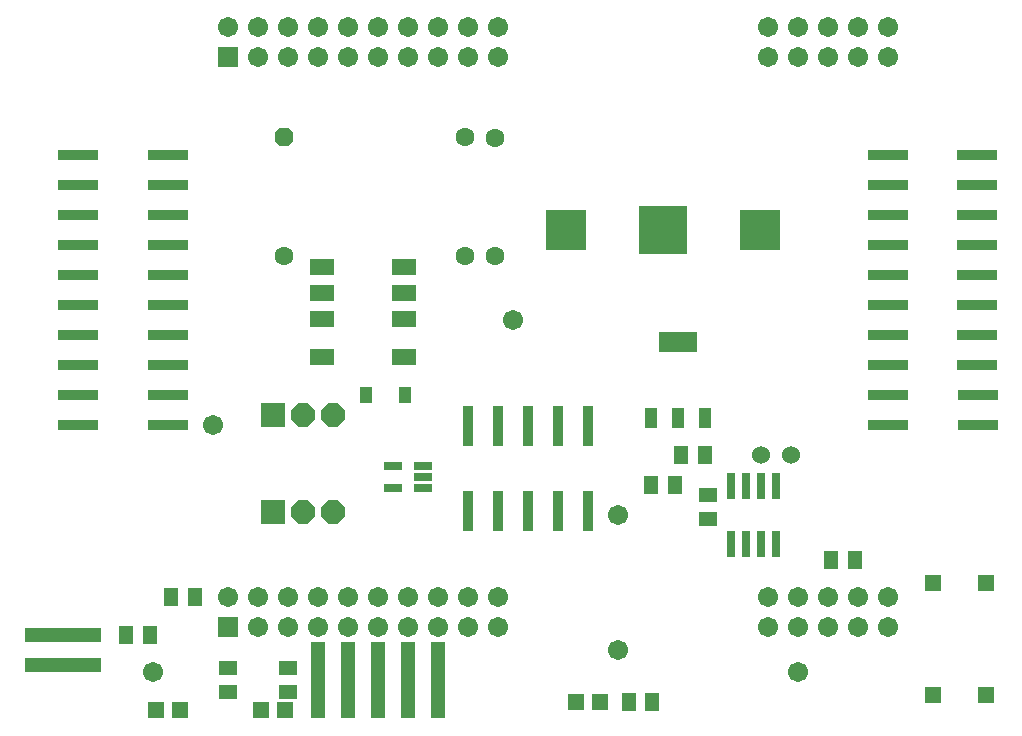
<source format=gts>
G75*
%MOIN*%
%OFA0B0*%
%FSLAX25Y25*%
%IPPOS*%
%LPD*%
%AMOC8*
5,1,8,0,0,1.08239X$1,22.5*
%
%ADD10R,0.04100X0.07100*%
%ADD11R,0.13000X0.07100*%
%ADD12R,0.06312X0.05131*%
%ADD13R,0.05524X0.05524*%
%ADD14C,0.06000*%
%ADD15R,0.05131X0.06312*%
%ADD16R,0.07887X0.07887*%
%ADD17OC8,0.07887*%
%ADD18R,0.06737X0.06737*%
%ADD19C,0.06737*%
%ADD20R,0.13398X0.13398*%
%ADD21R,0.16154X0.16154*%
%ADD22R,0.13300X0.03300*%
%ADD23R,0.03300X0.13300*%
%ADD24R,0.02900X0.08600*%
%ADD25R,0.05800X0.05800*%
%ADD26R,0.04800X0.25800*%
%ADD27R,0.25800X0.04800*%
%ADD28C,0.06312*%
%ADD29OC8,0.06312*%
%ADD30R,0.04383X0.05603*%
%ADD31R,0.07887X0.05524*%
%ADD32R,0.06000X0.03000*%
%ADD33C,0.06706*%
D10*
X0242700Y0134200D03*
X0251800Y0134200D03*
X0260900Y0134200D03*
D11*
X0251800Y0159400D03*
D12*
X0261800Y0108237D03*
X0261800Y0100363D03*
X0121800Y0050737D03*
X0121800Y0042863D03*
X0101800Y0042863D03*
X0101800Y0050737D03*
D13*
X0112666Y0036800D03*
X0120934Y0036800D03*
X0085934Y0036800D03*
X0077666Y0036800D03*
X0217666Y0039300D03*
X0225934Y0039300D03*
D14*
X0279300Y0121800D03*
X0289300Y0121800D03*
D15*
X0260737Y0121800D03*
X0252863Y0121800D03*
X0250737Y0111800D03*
X0242863Y0111800D03*
X0302863Y0086800D03*
X0310737Y0086800D03*
X0243237Y0039300D03*
X0235363Y0039300D03*
X0090737Y0074300D03*
X0082863Y0074300D03*
X0075737Y0061800D03*
X0067863Y0061800D03*
D16*
X0116800Y0102706D03*
X0116800Y0135206D03*
D17*
X0126800Y0135206D03*
X0136800Y0135206D03*
X0136800Y0102706D03*
X0126800Y0102706D03*
D18*
X0101800Y0064300D03*
X0101800Y0254300D03*
D19*
X0111800Y0254300D03*
X0111800Y0264300D03*
X0101800Y0264300D03*
X0121800Y0264300D03*
X0131800Y0264300D03*
X0131800Y0254300D03*
X0121800Y0254300D03*
X0141800Y0254300D03*
X0141800Y0264300D03*
X0151800Y0264300D03*
X0161800Y0264300D03*
X0161800Y0254300D03*
X0151800Y0254300D03*
X0171800Y0254300D03*
X0181800Y0254300D03*
X0181800Y0264300D03*
X0171800Y0264300D03*
X0191800Y0264300D03*
X0191800Y0254300D03*
X0281800Y0254300D03*
X0281800Y0264300D03*
X0291800Y0264300D03*
X0301800Y0264300D03*
X0301800Y0254300D03*
X0291800Y0254300D03*
X0311800Y0254300D03*
X0321800Y0254300D03*
X0321800Y0264300D03*
X0311800Y0264300D03*
X0311800Y0074300D03*
X0321800Y0074300D03*
X0321800Y0064300D03*
X0311800Y0064300D03*
X0301800Y0064300D03*
X0291800Y0064300D03*
X0281800Y0064300D03*
X0281800Y0074300D03*
X0291800Y0074300D03*
X0301800Y0074300D03*
X0191800Y0074300D03*
X0181800Y0074300D03*
X0171800Y0074300D03*
X0161800Y0074300D03*
X0151800Y0074300D03*
X0141800Y0074300D03*
X0131800Y0074300D03*
X0121800Y0074300D03*
X0111800Y0074300D03*
X0101800Y0074300D03*
X0111800Y0064300D03*
X0121800Y0064300D03*
X0131800Y0064300D03*
X0141800Y0064300D03*
X0151800Y0064300D03*
X0161800Y0064300D03*
X0171800Y0064300D03*
X0181800Y0064300D03*
X0191800Y0064300D03*
D20*
X0214517Y0196800D03*
X0279083Y0196800D03*
D21*
X0246800Y0196800D03*
D22*
X0321800Y0191800D03*
X0321800Y0201800D03*
X0321800Y0211800D03*
X0321800Y0221800D03*
X0351300Y0221800D03*
X0351300Y0211800D03*
X0351300Y0201800D03*
X0351300Y0191800D03*
X0351300Y0181800D03*
X0351300Y0171800D03*
X0351300Y0161800D03*
X0351300Y0151800D03*
X0351800Y0141800D03*
X0351800Y0131800D03*
X0321800Y0131800D03*
X0321800Y0141800D03*
X0321800Y0151800D03*
X0321800Y0161800D03*
X0321800Y0171800D03*
X0321800Y0181800D03*
X0081800Y0181800D03*
X0081800Y0171800D03*
X0081800Y0161800D03*
X0081800Y0151800D03*
X0081800Y0141800D03*
X0081800Y0131800D03*
X0051800Y0131800D03*
X0051800Y0141800D03*
X0051800Y0151800D03*
X0051800Y0161800D03*
X0051800Y0171800D03*
X0051800Y0181800D03*
X0051800Y0191800D03*
X0051800Y0201800D03*
X0051800Y0211800D03*
X0051800Y0221800D03*
X0081800Y0221800D03*
X0081800Y0211800D03*
X0081800Y0201800D03*
X0081800Y0191800D03*
D23*
X0181800Y0131300D03*
X0191800Y0131300D03*
X0201800Y0131300D03*
X0211800Y0131300D03*
X0221800Y0131300D03*
X0221800Y0103050D03*
X0211800Y0103050D03*
X0201800Y0103050D03*
X0191800Y0103050D03*
X0181800Y0103050D03*
D24*
X0269300Y0111500D03*
X0274300Y0111500D03*
X0279300Y0111500D03*
X0284300Y0111500D03*
X0284300Y0092100D03*
X0279300Y0092100D03*
X0274300Y0092100D03*
X0269300Y0092100D03*
D25*
X0336800Y0079202D03*
X0354517Y0079202D03*
X0354517Y0041800D03*
X0336800Y0041800D03*
D26*
X0171800Y0046800D03*
X0161800Y0046800D03*
X0151800Y0046800D03*
X0141800Y0046800D03*
X0131800Y0046800D03*
D27*
X0046800Y0051800D03*
X0046800Y0061800D03*
D28*
X0120580Y0187902D03*
X0180816Y0187902D03*
X0190658Y0187902D03*
X0190658Y0227272D03*
X0180816Y0227666D03*
D29*
X0120580Y0227666D03*
D30*
X0147853Y0141800D03*
X0160747Y0141800D03*
D31*
X0160580Y0154339D03*
X0160580Y0166938D03*
X0160580Y0175599D03*
X0160580Y0184261D03*
X0133020Y0184261D03*
X0133020Y0175599D03*
X0133020Y0166938D03*
X0133020Y0154339D03*
D32*
X0156800Y0118000D03*
X0166800Y0118000D03*
X0166800Y0114300D03*
X0166800Y0110600D03*
X0156800Y0110600D03*
D33*
X0096800Y0131800D03*
X0196800Y0166800D03*
X0231800Y0101800D03*
X0231800Y0056800D03*
X0291800Y0049300D03*
X0076800Y0049300D03*
M02*

</source>
